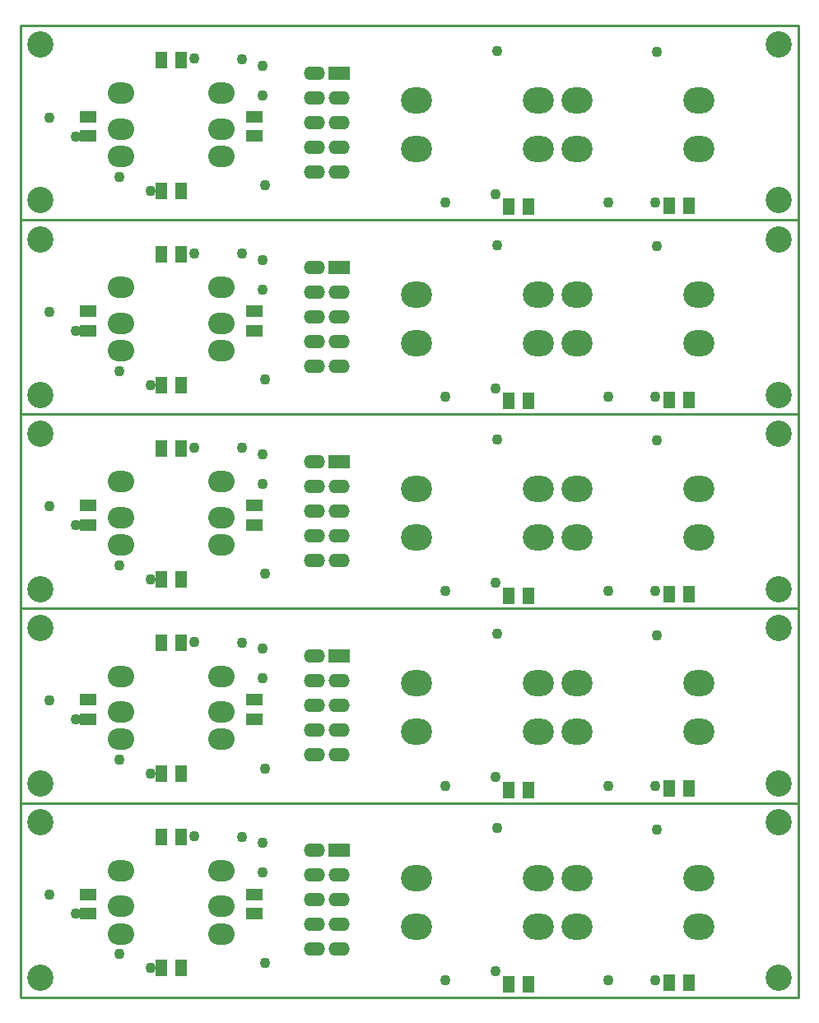
<source format=gts>
G04 Layer_Color=8388736*
%FSLAX24Y24*%
%MOIN*%
G70*
G01*
G75*
%ADD10C,0.0100*%
%ADD24R,0.0513X0.0651*%
%ADD25R,0.0651X0.0513*%
%ADD26R,0.0867X0.0552*%
%ADD27O,0.0867X0.0552*%
%ADD28O,0.1261X0.1064*%
%ADD29O,0.1064X0.0867*%
%ADD30C,0.0434*%
%ADD31C,0.1064*%
D10*
X54146Y11500D02*
Y50870D01*
X22650D02*
X54146D01*
X22650Y11500D02*
Y50870D01*
Y19374D02*
X54146D01*
X22650Y11500D02*
X54146D01*
Y19374D01*
X22650Y11500D02*
Y19374D01*
Y27248D02*
X54146D01*
X22650Y19374D02*
X54146D01*
Y27248D01*
X22650Y19374D02*
Y27248D01*
Y35122D02*
X54146D01*
X22650Y27248D02*
X54146D01*
Y35122D01*
X22650Y27248D02*
Y35122D01*
Y42996D02*
X54146D01*
X22650Y35122D02*
X54146D01*
Y42996D01*
X22650Y35122D02*
Y42996D01*
Y50870D02*
X54146D01*
X22650Y42996D02*
X54146D01*
Y50870D01*
X22650Y42996D02*
Y50870D01*
D24*
X48906Y12081D02*
D03*
X49694D02*
D03*
X42406Y12031D02*
D03*
X43194D02*
D03*
X29144Y17981D02*
D03*
X28356D02*
D03*
Y12681D02*
D03*
X29144D02*
D03*
X48906Y19955D02*
D03*
X49694D02*
D03*
X42406Y19905D02*
D03*
X43194D02*
D03*
X29144Y25855D02*
D03*
X28356D02*
D03*
Y20555D02*
D03*
X29144D02*
D03*
X48906Y27829D02*
D03*
X49694D02*
D03*
X42406Y27779D02*
D03*
X43194D02*
D03*
X29144Y33729D02*
D03*
X28356D02*
D03*
Y28429D02*
D03*
X29144D02*
D03*
X48906Y35703D02*
D03*
X49694D02*
D03*
X42406Y35653D02*
D03*
X43194D02*
D03*
X29144Y41603D02*
D03*
X28356D02*
D03*
Y36303D02*
D03*
X29144D02*
D03*
X48906Y43577D02*
D03*
X49694D02*
D03*
X42406Y43527D02*
D03*
X43194D02*
D03*
X29144Y49477D02*
D03*
X28356D02*
D03*
Y44177D02*
D03*
X29144D02*
D03*
D25*
X25367Y14887D02*
D03*
Y15674D02*
D03*
X32100D02*
D03*
Y14887D02*
D03*
X25367Y22761D02*
D03*
Y23548D02*
D03*
X32100D02*
D03*
Y22761D02*
D03*
X25367Y30635D02*
D03*
Y31422D02*
D03*
X32100D02*
D03*
Y30635D02*
D03*
X25367Y38509D02*
D03*
Y39296D02*
D03*
X32100D02*
D03*
Y38509D02*
D03*
X25367Y46383D02*
D03*
Y47170D02*
D03*
X32100D02*
D03*
Y46383D02*
D03*
D26*
X35550Y17450D02*
D03*
Y25324D02*
D03*
Y33198D02*
D03*
Y41072D02*
D03*
Y48946D02*
D03*
D27*
Y16450D02*
D03*
Y15450D02*
D03*
Y14450D02*
D03*
Y13450D02*
D03*
X34550Y17450D02*
D03*
Y16450D02*
D03*
Y15450D02*
D03*
Y14450D02*
D03*
Y13450D02*
D03*
X35550Y24324D02*
D03*
Y23324D02*
D03*
Y22324D02*
D03*
Y21324D02*
D03*
X34550Y25324D02*
D03*
Y24324D02*
D03*
Y23324D02*
D03*
Y22324D02*
D03*
Y21324D02*
D03*
X35550Y32198D02*
D03*
Y31198D02*
D03*
Y30198D02*
D03*
Y29198D02*
D03*
X34550Y33198D02*
D03*
Y32198D02*
D03*
Y31198D02*
D03*
Y30198D02*
D03*
Y29198D02*
D03*
X35550Y40072D02*
D03*
Y39072D02*
D03*
Y38072D02*
D03*
Y37072D02*
D03*
X34550Y41072D02*
D03*
Y40072D02*
D03*
Y39072D02*
D03*
Y38072D02*
D03*
Y37072D02*
D03*
X35550Y47946D02*
D03*
Y46946D02*
D03*
Y45946D02*
D03*
Y44946D02*
D03*
X34550Y48946D02*
D03*
Y47946D02*
D03*
Y46946D02*
D03*
Y45946D02*
D03*
Y44946D02*
D03*
D28*
X50111Y16343D02*
D03*
Y14374D02*
D03*
X45189D02*
D03*
Y16343D02*
D03*
X43615D02*
D03*
Y14374D02*
D03*
X38693D02*
D03*
Y16343D02*
D03*
X50111Y24217D02*
D03*
Y22248D02*
D03*
X45189D02*
D03*
Y24217D02*
D03*
X43615D02*
D03*
Y22248D02*
D03*
X38693D02*
D03*
Y24217D02*
D03*
X50111Y32091D02*
D03*
Y30122D02*
D03*
X45189D02*
D03*
Y32091D02*
D03*
X43615D02*
D03*
Y30122D02*
D03*
X38693D02*
D03*
Y32091D02*
D03*
X50111Y39965D02*
D03*
Y37996D02*
D03*
X45189D02*
D03*
Y39965D02*
D03*
X43615D02*
D03*
Y37996D02*
D03*
X38693D02*
D03*
Y39965D02*
D03*
X50111Y47839D02*
D03*
Y45870D02*
D03*
X45189D02*
D03*
Y47839D02*
D03*
X43615D02*
D03*
Y45870D02*
D03*
X38693D02*
D03*
Y47839D02*
D03*
D29*
X30760Y16638D02*
D03*
Y15181D02*
D03*
Y14079D02*
D03*
X26705D02*
D03*
Y15181D02*
D03*
Y16638D02*
D03*
X30760Y24512D02*
D03*
Y23055D02*
D03*
Y21953D02*
D03*
X26705D02*
D03*
Y23055D02*
D03*
Y24512D02*
D03*
X30760Y32386D02*
D03*
Y30929D02*
D03*
Y29827D02*
D03*
X26705D02*
D03*
Y30929D02*
D03*
Y32386D02*
D03*
X30760Y40260D02*
D03*
Y38803D02*
D03*
Y37701D02*
D03*
X26705D02*
D03*
Y38803D02*
D03*
Y40260D02*
D03*
X30760Y48134D02*
D03*
Y46677D02*
D03*
Y45575D02*
D03*
X26705D02*
D03*
Y46677D02*
D03*
Y48134D02*
D03*
D30*
X24865Y14881D02*
D03*
X29681Y18019D02*
D03*
X27919Y12681D02*
D03*
X32450Y17750D02*
D03*
X48350Y12200D02*
D03*
X41887Y12550D02*
D03*
X39850Y12200D02*
D03*
X46450D02*
D03*
X48400Y18300D02*
D03*
X41950Y18350D02*
D03*
X32550Y12900D02*
D03*
X26650Y13250D02*
D03*
X23800Y15650D02*
D03*
X31600Y18000D02*
D03*
X32450Y16550D02*
D03*
X24865Y22755D02*
D03*
X29681Y25893D02*
D03*
X27919Y20555D02*
D03*
X32450Y25624D02*
D03*
X48350Y20074D02*
D03*
X41887Y20424D02*
D03*
X39850Y20074D02*
D03*
X46450D02*
D03*
X48400Y26174D02*
D03*
X41950Y26224D02*
D03*
X32550Y20774D02*
D03*
X26650Y21124D02*
D03*
X23800Y23524D02*
D03*
X31600Y25874D02*
D03*
X32450Y24424D02*
D03*
X24865Y30629D02*
D03*
X29681Y33767D02*
D03*
X27919Y28429D02*
D03*
X32450Y33498D02*
D03*
X48350Y27948D02*
D03*
X41887Y28298D02*
D03*
X39850Y27948D02*
D03*
X46450D02*
D03*
X48400Y34048D02*
D03*
X41950Y34098D02*
D03*
X32550Y28648D02*
D03*
X26650Y28998D02*
D03*
X23800Y31398D02*
D03*
X31600Y33748D02*
D03*
X32450Y32298D02*
D03*
X24865Y38503D02*
D03*
X29681Y41641D02*
D03*
X27919Y36303D02*
D03*
X32450Y41372D02*
D03*
X48350Y35822D02*
D03*
X41887Y36172D02*
D03*
X39850Y35822D02*
D03*
X46450D02*
D03*
X48400Y41922D02*
D03*
X41950Y41972D02*
D03*
X32550Y36522D02*
D03*
X26650Y36872D02*
D03*
X23800Y39272D02*
D03*
X31600Y41622D02*
D03*
X32450Y40172D02*
D03*
X24865Y46377D02*
D03*
X29681Y49515D02*
D03*
X27919Y44177D02*
D03*
X32450Y49246D02*
D03*
X48350Y43696D02*
D03*
X41887Y44046D02*
D03*
X39850Y43696D02*
D03*
X46450D02*
D03*
X48400Y49796D02*
D03*
X41950Y49846D02*
D03*
X32550Y44396D02*
D03*
X26650Y44746D02*
D03*
X23800Y47146D02*
D03*
X31600Y49496D02*
D03*
X32450Y48046D02*
D03*
D31*
X23437Y12287D02*
D03*
Y18587D02*
D03*
X53359Y12287D02*
D03*
Y18587D02*
D03*
X23437Y20161D02*
D03*
Y26461D02*
D03*
X53359Y20161D02*
D03*
Y26461D02*
D03*
X23437Y28035D02*
D03*
Y34335D02*
D03*
X53359Y28035D02*
D03*
Y34335D02*
D03*
X23437Y35909D02*
D03*
Y42209D02*
D03*
X53359Y35909D02*
D03*
Y42209D02*
D03*
X23437Y43783D02*
D03*
Y50083D02*
D03*
X53359Y43783D02*
D03*
Y50083D02*
D03*
M02*

</source>
